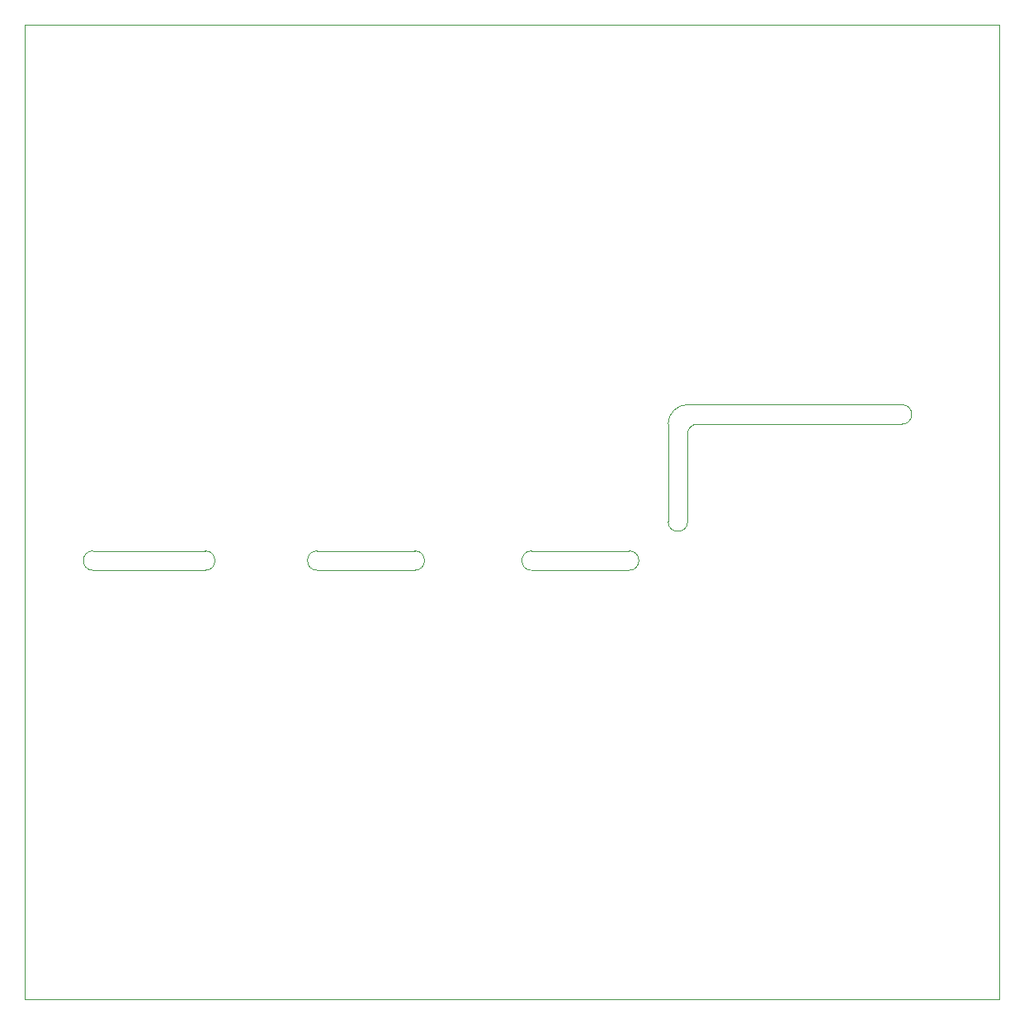
<source format=gm1>
%TF.GenerationSoftware,KiCad,Pcbnew,7.0.2*%
%TF.CreationDate,2023-06-09T00:35:45-07:00*%
%TF.ProjectId,Thyristor_Control_Board,54687972-6973-4746-9f72-5f436f6e7472,A*%
%TF.SameCoordinates,Original*%
%TF.FileFunction,Profile,NP*%
%FSLAX46Y46*%
G04 Gerber Fmt 4.6, Leading zero omitted, Abs format (unit mm)*
G04 Created by KiCad (PCBNEW 7.0.2) date 2023-06-09 00:35:45*
%MOMM*%
%LPD*%
G01*
G04 APERTURE LIST*
%TA.AperFunction,Profile*%
%ADD10C,0.100000*%
%TD*%
G04 APERTURE END LIST*
D10*
X139000000Y-94000000D02*
G75*
G03*
X138000000Y-95000000I0J-1000000D01*
G01*
X110000000Y-107000000D02*
X100000000Y-107000000D01*
X110000000Y-109000000D02*
X100000000Y-109000000D01*
X88500000Y-109000000D02*
X77000000Y-109000000D01*
X122000000Y-107000000D02*
G75*
G03*
X122000000Y-109000000I0J-1000000D01*
G01*
X100000000Y-107000000D02*
G75*
G03*
X100000000Y-109000000I0J-1000000D01*
G01*
X110000000Y-109000000D02*
G75*
G03*
X110000000Y-107000000I0J1000000D01*
G01*
X170000000Y-153000000D02*
X170000000Y-53000000D01*
X136000000Y-94000000D02*
X136000000Y-104000000D01*
X136000000Y-104000000D02*
G75*
G03*
X138000000Y-104000000I1000000J0D01*
G01*
X132000000Y-109000000D02*
X122000000Y-109000000D01*
X88500000Y-109000000D02*
G75*
G03*
X88500000Y-107000000I0J1000000D01*
G01*
X160000000Y-92000000D02*
X138000000Y-92000000D01*
X160000000Y-94000000D02*
G75*
G03*
X160000000Y-92000000I0J1000000D01*
G01*
X70000000Y-53000000D02*
X70000000Y-153000000D01*
X77000000Y-107000000D02*
G75*
G03*
X77000000Y-109000000I0J-1000000D01*
G01*
X138000000Y-92000000D02*
G75*
G03*
X136000000Y-94000000I0J-2000000D01*
G01*
X170000000Y-53000000D02*
X70000000Y-53000000D01*
X70000000Y-153000000D02*
X170000000Y-153000000D01*
X132000000Y-107000000D02*
X122000000Y-107000000D01*
X138000000Y-95000000D02*
X138000000Y-104000000D01*
X132000000Y-109000000D02*
G75*
G03*
X132000000Y-107000000I0J1000000D01*
G01*
X160000000Y-94000000D02*
X139000000Y-94000000D01*
X88500000Y-107000000D02*
X77000000Y-107000000D01*
M02*

</source>
